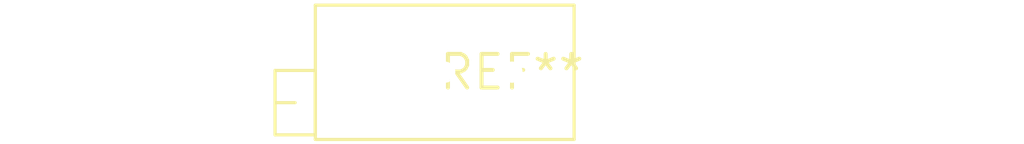
<source format=kicad_pcb>
(kicad_pcb (version 20240108) (generator pcbnew)
  (layers (0 "F.Cu" signal) (31 "B.Cu" signal) (34 "B.Paste" user) (35 "F.Paste" user) (36 "B.SilkS" user "B.Silkscreen") (37 "F.SilkS" user "F.Silkscreen") (38 "B.Mask" user) (39 "F.Mask" user) (44 "Edge.Cuts" user))
  (net 0 "")
  (footprint "Potentiometer_Bourns_3296X_Horizontal" (layer "F.Cu") (at 0 0)
    (property "Reference" "REF**")
    (property "Value" "Potentiometer_Bourns_3296X_Horizontal")
    (fp_line (start -8.945 -0.065) (end -8.945 2.365) (layer "F.SilkS") (stroke (width 0.12)))
    (fp_line (start -8.945 -0.065) (end -7.426 -0.065) (layer "F.SilkS") (stroke (width 0.12)))
    (fp_line (start -8.945 1.15) (end -8.186 1.15) (layer "F.SilkS") (stroke (width 0.12)))
    (fp_line (start -8.945 2.365) (end -7.426 2.365) (layer "F.SilkS") (stroke (width 0.12)))
    (fp_line (start -7.426 -0.065) (end -7.426 2.365) (layer "F.SilkS") (stroke (width 0.12)))
    (fp_line (start -7.425 -2.53) (end -7.425 2.54) (layer "F.SilkS") (stroke (width 0.12)))
    (fp_line (start -7.425 -2.53) (end 2.345 -2.53) (layer "F.SilkS") (stroke (width 0.12)))
    (fp_line (start -7.425 2.54) (end 2.345 2.54) (layer "F.SilkS") (stroke (width 0.12)))
    (fp_line (start 2.345 -2.53) (end 2.345 2.54) (layer "F.SilkS") (stroke (width 0.12)))
    (pad "1" thru_hole circle (at 0 0) (size 1.44 1.44) (drill 0.8) (layers *.Cu *.Mask) (remove_unused_layers))
    (pad "2" thru_hole circle (at -2.54 0) (size 1.44 1.44) (drill 0.8) (layers *.Cu *.Mask) (remove_unused_layers))
    (pad "3" thru_hole circle (at -5.08 0) (size 1.44 1.44) (drill 0.8) (layers *.Cu *.Mask) (remove_unused_layers))
  )
)
</source>
